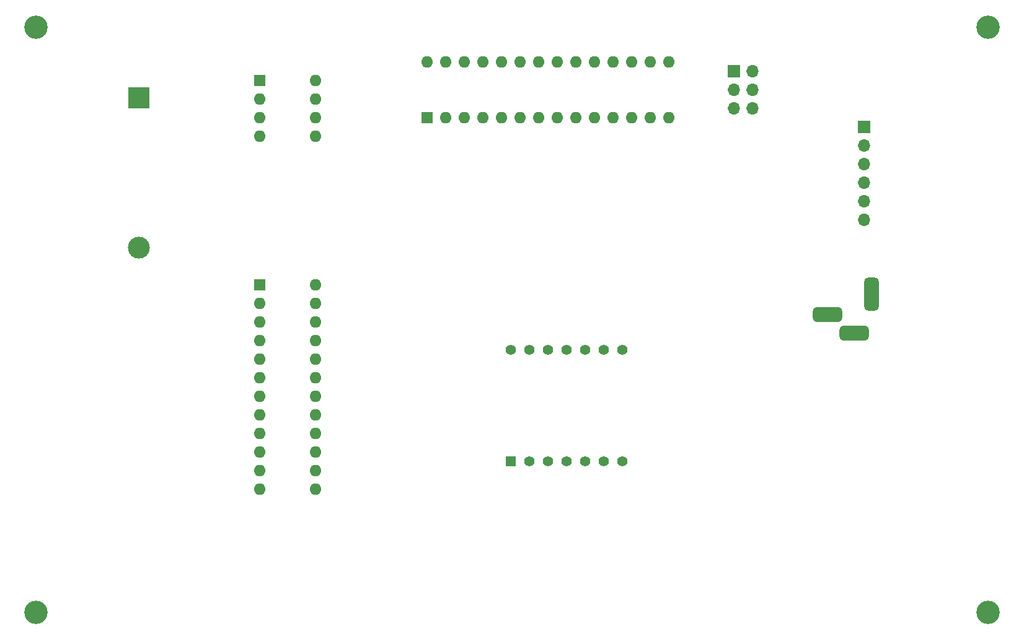
<source format=gbr>
%TF.GenerationSoftware,KiCad,Pcbnew,6.0.6-3a73a75311~116~ubuntu20.04.1*%
%TF.CreationDate,2022-07-18T01:41:21-04:00*%
%TF.ProjectId,first_project,66697273-745f-4707-926f-6a6563742e6b,rev?*%
%TF.SameCoordinates,PX4c4b400PY8a48640*%
%TF.FileFunction,Soldermask,Bot*%
%TF.FilePolarity,Negative*%
%FSLAX46Y46*%
G04 Gerber Fmt 4.6, Leading zero omitted, Abs format (unit mm)*
G04 Created by KiCad (PCBNEW 6.0.6-3a73a75311~116~ubuntu20.04.1) date 2022-07-18 01:41:21*
%MOMM*%
%LPD*%
G01*
G04 APERTURE LIST*
G04 Aperture macros list*
%AMRoundRect*
0 Rectangle with rounded corners*
0 $1 Rounding radius*
0 $2 $3 $4 $5 $6 $7 $8 $9 X,Y pos of 4 corners*
0 Add a 4 corners polygon primitive as box body*
4,1,4,$2,$3,$4,$5,$6,$7,$8,$9,$2,$3,0*
0 Add four circle primitives for the rounded corners*
1,1,$1+$1,$2,$3*
1,1,$1+$1,$4,$5*
1,1,$1+$1,$6,$7*
1,1,$1+$1,$8,$9*
0 Add four rect primitives between the rounded corners*
20,1,$1+$1,$2,$3,$4,$5,0*
20,1,$1+$1,$4,$5,$6,$7,0*
20,1,$1+$1,$6,$7,$8,$9,0*
20,1,$1+$1,$8,$9,$2,$3,0*%
G04 Aperture macros list end*
%ADD10C,3.200000*%
%ADD11R,1.600000X1.600000*%
%ADD12O,1.600000X1.600000*%
%ADD13R,1.700000X1.700000*%
%ADD14O,1.700000X1.700000*%
%ADD15R,3.000000X3.000000*%
%ADD16C,3.000000*%
%ADD17R,1.400000X1.400000*%
%ADD18C,1.400000*%
%ADD19RoundRect,0.500000X0.500000X-1.750000X0.500000X1.750000X-0.500000X1.750000X-0.500000X-1.750000X0*%
%ADD20RoundRect,0.500000X1.500000X0.500000X-1.500000X0.500000X-1.500000X-0.500000X1.500000X-0.500000X0*%
G04 APERTURE END LIST*
D10*
%TO.C,H4*%
X135000000Y5000000D03*
%TD*%
D11*
%TO.C,U4*%
X35580000Y49755000D03*
D12*
X35580000Y47215000D03*
X35580000Y44675000D03*
X35580000Y42135000D03*
X35580000Y39595000D03*
X35580000Y37055000D03*
X35580000Y34515000D03*
X35580000Y31975000D03*
X35580000Y29435000D03*
X35580000Y26895000D03*
X35580000Y24355000D03*
X35580000Y21815000D03*
X43200000Y21815000D03*
X43200000Y24355000D03*
X43200000Y26895000D03*
X43200000Y29435000D03*
X43200000Y31975000D03*
X43200000Y34515000D03*
X43200000Y37055000D03*
X43200000Y39595000D03*
X43200000Y42135000D03*
X43200000Y44675000D03*
X43200000Y47215000D03*
X43200000Y49755000D03*
%TD*%
D13*
%TO.C,J1*%
X118120000Y71340000D03*
D14*
X118120000Y68800000D03*
X118120000Y66260000D03*
X118120000Y63720000D03*
X118120000Y61180000D03*
X118120000Y58640000D03*
%TD*%
D11*
%TO.C,U3*%
X35580000Y77680000D03*
D12*
X35580000Y75140000D03*
X35580000Y72600000D03*
X35580000Y70060000D03*
X43200000Y70060000D03*
X43200000Y72600000D03*
X43200000Y75140000D03*
X43200000Y77680000D03*
%TD*%
D10*
%TO.C,H2*%
X135000000Y85000000D03*
%TD*%
D15*
%TO.C,BT1*%
X19059984Y75333686D03*
D16*
X19059984Y54843686D03*
%TD*%
D10*
%TO.C,H3*%
X5000000Y5000000D03*
%TD*%
%TO.C,H1*%
X5000000Y85000000D03*
%TD*%
D17*
%TO.C,DS1*%
X69860000Y25620000D03*
D18*
X72400000Y25620000D03*
X74940000Y25620000D03*
X77480000Y25620000D03*
X80020000Y25620000D03*
X82560000Y25620000D03*
X85100000Y25620000D03*
X85100000Y40860000D03*
X82560000Y40860000D03*
X80020000Y40860000D03*
X77480000Y40860000D03*
X74940000Y40860000D03*
X72400000Y40860000D03*
X69860000Y40860000D03*
%TD*%
D13*
%TO.C,J3*%
X100340000Y78960000D03*
D14*
X102880000Y78960000D03*
X100340000Y76420000D03*
X102880000Y76420000D03*
X100340000Y73880000D03*
X102880000Y73880000D03*
%TD*%
D11*
%TO.C,U1*%
X58440000Y72620000D03*
D12*
X60980000Y72620000D03*
X63520000Y72620000D03*
X66060000Y72620000D03*
X68600000Y72620000D03*
X71140000Y72620000D03*
X73680000Y72620000D03*
X76220000Y72620000D03*
X78760000Y72620000D03*
X81300000Y72620000D03*
X83840000Y72620000D03*
X86380000Y72620000D03*
X88920000Y72620000D03*
X91460000Y72620000D03*
X91460000Y80240000D03*
X88920000Y80240000D03*
X86380000Y80240000D03*
X83840000Y80240000D03*
X81300000Y80240000D03*
X78760000Y80240000D03*
X76220000Y80240000D03*
X73680000Y80240000D03*
X71140000Y80240000D03*
X68600000Y80240000D03*
X66060000Y80240000D03*
X63520000Y80240000D03*
X60980000Y80240000D03*
X58440000Y80240000D03*
%TD*%
D19*
%TO.C,J2*%
X119080000Y48480000D03*
D20*
X116780000Y43180000D03*
X113080000Y45680000D03*
%TD*%
M02*

</source>
